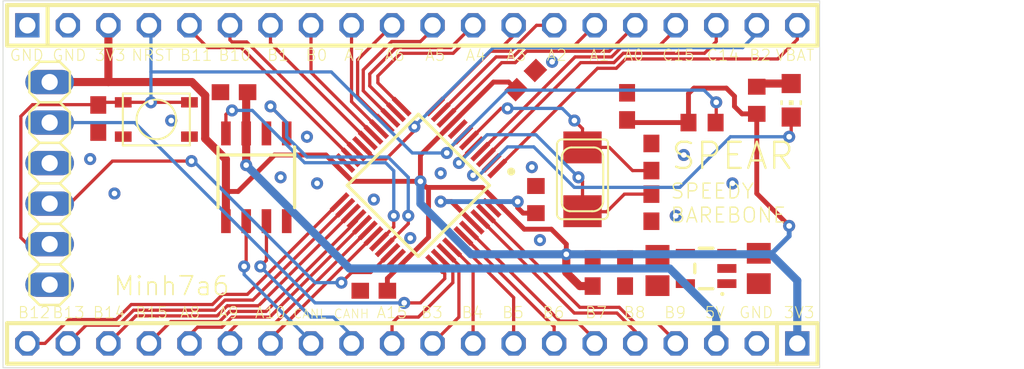
<source format=kicad_pcb>
(kicad_pcb (version 20211014) (generator pcbnew)
  (layers (0 "F.Cu" signal) (31 "B.Cu" signal) (34 "B.Paste" user) (35 "F.Paste" user) (36 "B.SilkS" user "B.Silkscreen") (37 "F.SilkS" user "F.Silkscreen") (38 "B.Mask" user) (39 "F.Mask" user) (44 "Edge.Cuts" user))
  (net 0 "")
  (net 1 "VBAT")
  (net 2 "PC13")
  (net 3 "OSC32_IN")
  (net 4 "OSC32_OUT")
  (net 5 "OSC_IN")
  (net 6 "OSC_OUT")
  (net 7 "NRST")
  (net 8 "PA0-WKUP")
  (net 9 "PA1")
  (net 10 "PA2")
  (net 11 "PA3")
  (net 12 "PA4")
  (net 13 "PA5")
  (net 14 "PA6")
  (net 15 "PA7")
  (net 16 "PB0")
  (net 17 "PB1")
  (net 18 "PB2")
  (net 19 "PB10")
  (net 20 "PB11")
  (net 21 "SWDIO")
  (net 22 "PA12")
  (net 23 "PA11")
  (net 24 "PA10")
  (net 25 "PA9")
  (net 26 "PA8")
  (net 27 "PB15")
  (net 28 "PB14")
  (net 29 "PB13")
  (net 30 "PB12")
  (net 31 "PB9")
  (net 32 "PB8")
  (net 33 "PB7")
  (net 34 "PB6")
  (net 35 "PB5")
  (net 36 "PB4")
  (net 37 "PB3_SWO")
  (net 38 "PA15")
  (net 39 "SWCLK")
  (net 40 "GND")
  (net 41 "3.3V")
  (net 42 "5V")
  (net 43 "N$9")
  (net 44 "CANH")
  (net 45 "CANL")
  (net 46 "BOOT0")
  (footprint "speedy barebone:C0603" (layer "F.Cu") (at 128.8751 100.8826 -90)
    (fp_text reference "C10" hide)
    (fp_text value "100nF" hide)
  )
  (footprint "speedy barebone:C0603" (layer "F.Cu") (at 155.6721 98.4696 45)
    (fp_text reference "C14" hide)
    (fp_text value "100nF" hide)
  )
  (footprint "speedy barebone:C0805" (layer "F.Cu") (at 170.2771 110.2806 90)
    (fp_text reference "C1" hide)
    (fp_text value "10uF" hide)
  )
  (footprint "speedy barebone:C0603" (layer "F.Cu") (at 146.1471 111.6776 180)
    (fp_text reference "C3" hide)
    (fp_text value "100nF" hide)
  )
  (footprint "speedy barebone:CHIP-LED0805" (layer "F.Cu") (at 172.3091 99.7396 180)
    (fp_text reference "LED2" hide)
    (fp_text value "")
  )
  (footprint "speedy barebone:NX5032" (layer "F.Cu") (at 159.2281 104.6926 -90)
    (fp_text reference "X1" hide)
    (fp_text value "8MHz" hide)
  )
  (footprint "speedy barebone:C0603" (layer "F.Cu") (at 163.5461 103.2956 90)
    (fp_text reference "C5" hide)
    (fp_text value "22pF" hide)
  )
  (footprint "speedy barebone:1X20" (layer "F.Cu") (at 148.5601 95.0406)
    (fp_text reference "JP2" hide)
    (fp_text value "")
  )
  (footprint "speedy barebone:C0603" (layer "F.Cu") (at 163.5461 106.4706 -90)
    (fp_text reference "C4" hide)
    (fp_text value "22pF" hide)
  )
  (footprint "speedy barebone:C0805" (layer "F.Cu") (at 163.9271 110.4076 90)
    (fp_text reference "C2" hide)
    (fp_text value "10uF" hide)
  )
  (footprint "speedy barebone:QFP50P900X900X160-48N" (layer "F.Cu") (at 148.9411 105.0736 -135)
    (fp_text reference "IC2" hide)
    (fp_text value "STM32F103C8T6" hide)
  )
  (footprint "speedy barebone:C0603" (layer "F.Cu") (at 162.0221 100.1206 90)
    (fp_text reference "C16" hide)
    (fp_text value "100nF" hide)
  )
  (footprint "speedy barebone:SOIC8" (layer "F.Cu") (at 138.7811 104.5656 180)
    (fp_text reference "U$1" hide)
    (fp_text value "MCP2562-E/SN" hide)
  )
  (footprint "speedy barebone:1X20" (layer "F.Cu") (at 148.5601 114.9796 180)
    (fp_text reference "JP1" hide)
    (fp_text value "")
  )
  (footprint "speedy barebone:C0603" (layer "F.Cu") (at 137.3841 99.2316 180)
    (fp_text reference "C7" hide)
    (fp_text value "100nF" hide)
  )
  (footprint "speedy barebone:R0603" (layer "F.Cu") (at 170.1501 99.7396 90)
    (fp_text reference "R10" hide)
    (fp_text value "1k" hide)
  )
  (footprint "speedy barebone:4.2X3.25" (layer "F.Cu") (at 134.5901 99.8666 180)
    (fp_text reference "U$2" hide)
    (fp_text value "4.2X3.25-TACTILE-SWITCH" hide)
  )
  (footprint "speedy barebone:R0603" (layer "F.Cu") (at 156.3071 105.9626 90)
    (fp_text reference "R1" hide)
    (fp_text value "100k" hide)
  )
  (footprint "speedy barebone:1X06" (layer "F.Cu") (at 125.8271 104.9466 90)
    (fp_text reference "JP3" hide)
    (fp_text value "")
  )
  (footprint "speedy barebone:R0603" (layer "F.Cu") (at 166.7211 101.1366 180)
    (fp_text reference "R8" hide)
    (fp_text value "10k" hide)
  )
  (footprint "speedy barebone:SOT23-5" (layer "F.Cu") (at 166.9751 110.2806 90)
    (fp_text reference "U1" hide)
    (fp_text value "3.3V")
  )
  (footprint "speedy barebone:C0603" (layer "F.Cu") (at 161.8951 110.5346 90)
    (fp_text reference "C17" hide)
    (fp_text value "100nF" hide)
  )
  (footprint "speedy barebone:C0603" (layer "F.Cu") (at 159.8631 110.5346 90)
    (fp_text reference "C15" hide)
    (fp_text value "100nF" hide)
  )
  (gr_line (start 122.9061 116.5036) (end 174.0961 116.5036) (layer "Edge.Cuts") (width 0.05))
  (gr_line (start 174.0961 93.5036) (end 122.9061 93.5036) (layer "Edge.Cuts") (width 0.05))
  (gr_line (start 174.0961 116.5036) (end 174.0961 93.5036) (layer "Edge.Cuts") (width 0.05))
  (gr_line (start 122.9061 93.5036) (end 122.9061 116.5036) (layer "Edge.Cuts") (width 0.05))
  (gr_text "A7" (at 144.2421 97.3266) (layer "F.SilkS") (effects (font (size 0.70104 0.70104) (thickness 0.06096)) (justify left bottom)))
  (gr_text "B13" (at 125.9541 113.4556) (layer "F.SilkS") (effects (font (size 0.70104 0.70104) (thickness 0.06096)) (justify left bottom)))
  (gr_text "GND" (at 125.9541 97.3266) (layer "F.SilkS") (effects (font (size 0.70104 0.70104) (thickness 0.06096)) (justify left bottom)))
  (gr_text "B6" (at 156.6881 113.4556) (layer "F.SilkS") (effects (font (size 0.70104 0.70104) (thickness 0.06096)) (justify left bottom)))
  (gr_text "5V" (at 166.8481 113.4556) (layer "F.SilkS") (effects (font (size 0.70104 0.70104) (thickness 0.06096)) (justify left bottom)))
  (gr_text "SPEAR" (at 164.6891 104.1846) (layer "F.SilkS") (effects (font (size 1.63576 1.63576) (thickness 0.14224)) (justify left bottom)))
  (gr_text "A10" (at 138.6541 113.4556) (layer "F.SilkS") (effects (font (size 0.70104 0.70104) (thickness 0.06096)) (justify left bottom)))
  (gr_text "C15" (at 164.1811 97.3266) (layer "F.SilkS") (effects (font (size 0.70104 0.70104) (thickness 0.06096)) (justify left bottom)))
  (gr_text "B3" (at 149.0681 113.4556) (layer "F.SilkS") (effects (font (size 0.70104 0.70104) (thickness 0.06096)) (justify left bottom)))
  (gr_text "SPEEDY \nBAREBONE" (at 164.6891 107.4866) (layer "F.SilkS") (effects (font (size 0.93472 0.93472) (thickness 0.08128)) (justify left bottom)))
  (gr_text "A6" (at 146.7821 97.3266) (layer "F.SilkS") (effects (font (size 0.70104 0.70104) (thickness 0.06096)) (justify left bottom)))
  (gr_text "B0" (at 141.8291 97.3266) (layer "F.SilkS") (effects (font (size 0.70104 0.70104) (thickness 0.06096)) (justify left bottom)))
  (gr_text "GND" (at 123.2871 97.3266) (layer "F.SilkS") (effects (font (size 0.70104 0.70104) (thickness 0.06096)) (justify left bottom)))
  (gr_text "B14" (at 128.4941 113.4556) (layer "F.SilkS") (effects (font (size 0.70104 0.70104) (thickness 0.06096)) (justify left bottom)))
  (gr_text "B5" (at 154.1481 113.4556) (layer "F.SilkS") (effects (font (size 0.70104 0.70104) (thickness 0.06096)) (justify left bottom)))
  (gr_text "B8" (at 161.7681 113.4556) (layer "F.SilkS") (effects (font (size 0.70104 0.70104) (thickness 0.06096)) (justify left bottom)))
  (gr_text "Minh7a6" (at 129.7641 112.0586) (layer "F.SilkS") (effects (font (size 1.1684 1.1684) (thickness 0.1016)) (justify left bottom)))
  (gr_text "NRST" (at 130.9071 97.3266) (layer "F.SilkS") (effects (font (size 0.70104 0.70104) (thickness 0.06096)) (justify left bottom)))
  (gr_text "B10" (at 136.3681 97.3266) (layer "F.SilkS") (effects (font (size 0.70104 0.70104) (thickness 0.06096)) (justify left bottom)))
  (gr_text "A5" (at 149.3221 97.3266) (layer "F.SilkS") (effects (font (size 0.70104 0.70104) (thickness 0.06096)) (justify left bottom)))
  (gr_text "CANH" (at 143.6071 113.4556) (layer "F.SilkS") (effects (font (size 0.560832 0.560832) (thickness 0.048768)) (justify left bottom)))
  (gr_text "B1" (at 139.4161 97.3266) (layer "F.SilkS") (effects (font (size 0.70104 0.70104) (thickness 0.06096)) (justify left bottom)))
  (gr_text "A9" (at 136.3681 113.4556) (layer "F.SilkS") (effects (font (size 0.70104 0.70104) (thickness 0.06096)) (justify left bottom)))
  (gr_text "A15" (at 146.2741 113.4556) (layer "F.SilkS") (effects (font (size 0.70104 0.70104) (thickness 0.06096)) (justify left bottom)))
  (gr_text "B4" (at 151.6081 113.4556) (layer "F.SilkS") (effects (font (size 0.70104 0.70104) (thickness 0.06096)) (justify left bottom)))
  (gr_text "B11" (at 133.9551 97.3266) (layer "F.SilkS") (effects (font (size 0.70104 0.70104) (thickness 0.06096)) (justify left bottom)))
  (gr_text "CANL" (at 141.0671 113.4556) (layer "F.SilkS") (effects (font (size 0.560832 0.560832) (thickness 0.048768)) (justify left bottom)))
  (gr_text "GND" (at 169.0071 113.4556) (layer "F.SilkS") (effects (font (size 0.70104 0.70104) (thickness 0.06096)) (justify left bottom)))
  (gr_text "A8" (at 133.9551 113.4556) (layer "F.SilkS") (effects (font (size 0.70104 0.70104) (thickness 0.06096)) (justify left bottom)))
  (gr_text "B2" (at 169.6421 97.3266) (layer "F.SilkS") (effects (font (size 0.70104 0.70104) (thickness 0.06096)) (justify left bottom)))
  (gr_text "A1" (at 159.6091 97.3266) (layer "F.SilkS") (effects (font (size 0.70104 0.70104) (thickness 0.06096)) (justify left bottom)))
  (gr_text "B9" (at 164.3081 113.4556) (layer "F.SilkS") (effects (font (size 0.70104 0.70104) (thickness 0.06096)) (justify left bottom)))
  (gr_text "A0" (at 161.7681 97.3266) (layer "F.SilkS") (effects (font (size 0.70104 0.70104) (thickness 0.06096)) (justify left bottom)))
  (gr_text "B15" (at 131.1611 113.4556) (layer "F.SilkS") (effects (font (size 0.70104 0.70104) (thickness 0.06096)) (justify left bottom)))
  (gr_text "VBAT" (at 171.2931 97.3266) (layer "F.SilkS") (effects (font (size 0.70104 0.70104) (thickness 0.06096)) (justify left bottom)))
  (gr_text "3V3" (at 128.6211 97.3266) (layer "F.SilkS") (effects (font (size 0.70104 0.70104) (thickness 0.06096)) (justify left bottom)))
  (gr_text "A2" (at 156.9421 97.3266) (layer "F.SilkS") (effects (font (size 0.70104 0.70104) (thickness 0.06096)) (justify left bottom)))
  (gr_text "B12" (at 123.7951 113.4556) (layer "F.SilkS") (effects (font (size 0.70104 0.70104) (thickness 0.06096)) (justify left bottom)))
  (gr_text "A4" (at 151.8621 97.3266) (layer "F.SilkS") (effects (font (size 0.70104 0.70104) (thickness 0.06096)) (justify left bottom)))
  (gr_text "C14" (at 166.9751 97.3266) (layer "F.SilkS") (effects (font (size 0.70104 0.70104) (thickness 0.06096)) (justify left bottom)))
  (gr_text "A3" (at 154.4021 97.3266) (layer "F.SilkS") (effects (font (size 0.70104 0.70104) (thickness 0.06096)) (justify left bottom)))
  (gr_text "B7" (at 159.3551 113.4556) (layer "F.SilkS") (effects (font (size 0.70104 0.70104) (thickness 0.06096)) (justify left bottom)))
  (gr_text "3V3" (at 171.8011 113.4556) (layer "F.SilkS") (effects (font (size 0.70104 0.70104) (thickness 0.06096)) (justify left bottom)))
  (segment (start 160.170787 97.733) (end 161.3464 97.733) (width 0.2032) (layer "F.Cu") (net 1))
  (segment (start 153.882359 104.021429) (end 160.170787 97.733) (width 0.2032) (layer "F.Cu") (net 1))
  (segment (start 161.9306 97.1488) (end 171.4709 97.1488) (width 0.2032) (layer "F.Cu") (net 1))
  (segment (start 172.6901 95.9296) (end 172.6901 95.0406) (width 0.2032) (layer "F.Cu") (net 1))
  (segment (start 161.3464 97.733) (end 161.9306 97.1488) (width 0.2032) (layer "F.Cu") (net 1))
  (segment (start 171.4709 97.1488) (end 172.6901 95.9296) (width 0.2032) (layer "F.Cu") (net 1))
  (segment (start 172.1821 102.0256) (end 172.3091 101.8986) (width 0.2032) (layer "F.Cu") (net 2))
  (segment (start 172.3091 101.8986) (end 172.3091 100.7896) (width 0.2032) (layer "F.Cu") (net 2))
  (segment (start 153.528806 103.667872) (end 152.758078 104.4386) (width 0.2032) (layer "F.Cu") (net 2))
  (segment (start 152.758078 104.4386) (end 152.3701 104.4386) (width 0.2032) (layer "F.Cu") (net 2))
  (via (at 152.3701 104.4386) (size 0.7564) (drill 0.35) (layers "F.Cu" "B.Cu") (net 2))
  (via (at 172.1821 102.0256) (size 0.7564) (drill 0.35) (layers "F.Cu" "B.Cu") (net 2))
  (segment (start 154.5291 102.6606) (end 156.175031 102.6606) (width 0.2032) (layer "B.Cu") (net 2))
  (segment (start 158.712231 105.1978) (end 165.3269 105.1978) (width 0.2032) (layer "B.Cu") (net 2))
  (segment (start 165.3269 105.1978) (end 168.4991 102.0256) (width 0.2032) (layer "B.Cu") (net 2))
  (segment (start 154.5291 102.6606) (end 152.7511 104.4386) (width 0.2032) (layer "B.Cu") (net 2))
  (segment (start 152.3701 104.4386) (end 152.7511 104.4386) (width 0.2032) (layer "B.Cu") (net 2))
  (segment (start 156.175031 102.6606) (end 158.712231 105.1978) (width 0.2032) (layer "B.Cu") (net 2))
  (segment (start 168.4991 102.0256) (end 172.1821 102.0256) (width 0.2032) (layer "B.Cu") (net 2))
  (segment (start 167.6101 96.0566) (end 166.8735 96.7932) (width 0.2032) (layer "F.Cu") (net 3))
  (segment (start 167.6101 95.0406) (end 167.6101 96.0566) (width 0.2032) (layer "F.Cu") (net 3))
  (segment (start 161.7833 96.7932) (end 161.1991 97.3774) (width 0.2032) (layer "F.Cu") (net 3))
  (segment (start 159.112171 97.3774) (end 153.175253 103.314319) (width 0.2032) (layer "F.Cu") (net 3))
  (segment (start 166.8735 96.7932) (end 161.7833 96.7932) (width 0.2032) (layer "F.Cu") (net 3))
  (segment (start 161.1991 97.3774) (end 159.112171 97.3774) (width 0.2032) (layer "F.Cu") (net 3))
  (segment (start 161.636 96.4376) (end 163.9271 96.4376) (width 0.2032) (layer "F.Cu") (net 4))
  (segment (start 161.0518 97.0218) (end 161.636 96.4376) (width 0.2032) (layer "F.Cu") (net 4))
  (segment (start 158.760665 97.0218) (end 161.0518 97.0218) (width 0.2032) (layer "F.Cu") (net 4))
  (segment (start 165.0701 95.2946) (end 165.0701 95.0406) (width 0.2032) (layer "F.Cu") (net 4))
  (segment (start 152.8217 102.960766) (end 158.760665 97.0218) (width 0.2032) (layer "F.Cu") (net 4))
  (segment (start 163.9271 96.4376) (end 165.0701 95.2946) (width 0.2032) (layer "F.Cu") (net 4))
  (segment (start 159.2281 104.8196) (end 159.2281 106.5976) (width 0.2032) (layer "F.Cu") (net 5))
  (segment (start 161.8561 105.6206) (end 160.7521 106.7246) (width 0.2032) (layer "F.Cu") (net 5))
  (segment (start 158.9741 104.5656) (end 159.2281 104.8196) (width 0.2032) (layer "F.Cu") (net 5))
  (segment (start 152.468146 102.607213) (end 151.4811 103.59426) (width 0.2032) (layer "F.Cu") (net 5))
  (segment (start 160.7521 106.7246) (end 159.3551 106.7246) (width 0.2032) (layer "F.Cu") (net 5))
  (segment (start 159.3551 106.7246) (end 159.2281 106.5976) (width 0.2032) (layer "F.Cu") (net 5))
  (segment (start 159.2281 106.5976) (end 159.2281 106.6926) (width 0.2032) (layer "F.Cu") (net 5))
  (segment (start 163.5461 105.6206) (end 161.8561 105.6206) (width 0.2032) (layer "F.Cu") (net 5))
  (segment (start 151.4811 103.59426) (end 151.4811 103.665816) (width 0.2032) (layer "F.Cu") (net 5))
  (via (at 151.4811 103.665816) (size 0.7564) (drill 0.35) (layers "F.Cu" "B.Cu") (net 5))
  (via (at 158.9741 104.5656) (size 0.7564) (drill 0.35) (layers "F.Cu" "B.Cu") (net 5))
  (segment (start 151.4811 103.665816) (end 153.248315 101.8986) (width 0.2032) (layer "B.Cu") (net 5))
  (segment (start 156.3071 101.8986) (end 158.9741 104.5656) (width 0.2032) (layer "B.Cu") (net 5))
  (segment (start 153.248315 101.8986) (end 156.3071 101.8986) (width 0.2032) (layer "B.Cu") (net 5))
  (segment (start 159.2281 101.5176) (end 159.2281 102.6926) (width 0.2032) (layer "F.Cu") (net 6))
  (segment (start 152.114593 102.25366) (end 154.120662 100.247591) (width 0.2032) (layer "F.Cu") (net 6))
  (segment (start 159.2281 102.6926) (end 160.9111 102.6926) (width 0.2032) (layer "F.Cu") (net 6))
  (segment (start 160.9111 102.6926) (end 162.3641 104.1456) (width 0.2032) (layer "F.Cu") (net 6))
  (segment (start 162.3641 104.1456) (end 163.5461 104.1456) (width 0.2032) (layer "F.Cu") (net 6))
  (segment (start 154.120662 100.247591) (end 154.5291 100.2476) (width 0.2032) (layer "F.Cu") (net 6))
  (segment (start 158.7201 101.0096) (end 159.2281 101.5176) (width 0.2032) (layer "F.Cu") (net 6))
  (via (at 154.5291 100.2476) (size 0.7564) (drill 0.35) (layers "F.Cu" "B.Cu") (net 6))
  (via (at 158.7201 101.0096) (size 0.7564) (drill 0.35) (layers "F.Cu" "B.Cu") (net 6))
  (segment (start 157.9581 100.2476) (end 158.7201 101.0096) (width 0.2032) (layer "B.Cu") (net 6))
  (segment (start 154.5291 100.2476) (end 157.9581 100.2476) (width 0.2032) (layer "B.Cu") (net 6))
  (segment (start 128.8751 100.0326) (end 128.8946 100.0131) (width 0.2032) (layer "F.Cu") (net 7))
  (segment (start 124.0237 108.3502) (end 124.0237 100.741157) (width 0.2032) (layer "F.Cu") (net 7))
  (segment (start 124.4301 108.7566) (end 124.0237 108.3502) (width 0.2032) (layer "F.Cu") (net 7))
  (segment (start 124.0237 100.741157) (end 124.751756 100.0131) (width 0.2032) (layer "F.Cu") (net 7))
  (segment (start 132.1771 99.8666) (end 134.5901 99.8666) (width 0.2032) (layer "F.Cu") (net 7))
  (segment (start 130.4401 99.8666) (end 132.1771 99.8666) (width 0.2032) (layer "F.Cu") (net 7))
  (segment (start 125.8271 108.7566) (end 124.4301 108.7566) (width 0.2032) (layer "F.Cu") (net 7))
  (segment (start 129.0411 99.8666) (end 130.4401 99.8666) (width 0.2032) (layer "F.Cu") (net 7))
  (segment (start 124.751756 100.0131) (end 128.8946 100.0131) (width 0.2032) (layer "F.Cu") (net 7))
  (segment (start 151.76104 101.900107) (end 150.719096 102.94205) (width 0.2032) (layer "F.Cu") (net 7))
  (segment (start 167.6101 99.8666) (end 167.6101 101.0976) (width 0.2032) (layer "F.Cu") (net 7))
  (segment (start 150.719096 102.94205) (end 150.7191 103.0416) (width 0.2032) (layer "F.Cu") (net 7))
  (segment (start 167.6101 101.0976) (end 167.5711 101.1366) (width 0.2032) (layer "F.Cu") (net 7))
  (segment (start 128.8946 100.0131) (end 129.0411 99.8666) (width 0.2032) (layer "F.Cu") (net 7))
  (via (at 167.6101 99.8666) (size 0.7564) (drill 0.35) (layers "F.Cu" "B.Cu") (net 7))
  (via (at 150.7191 103.0416) (size 0.7564) (drill 0.35) (layers "F.Cu" "B.Cu") (net 7))
  (via (at 132.1771 99.8666) (size 0.7564) (drill 0.35) (layers "F.Cu" "B.Cu") (net 7))
  (segment (start 132.1771 95.1676) (end 132.0501 95.0406) (width 0.2032) (layer "B.Cu") (net 7))
  (segment (start 132.1771 97.9616) (end 132.1771 95.1676) (width 0.2032) (layer "B.Cu") (net 7))
  (segment (start 150.7191 103.0416) (end 150.7191 102.9146) (width 0.2032) (layer "B.Cu") (net 7))
  (segment (start 154.5291 99.1046) (end 166.8481 99.1046) (width 0.2032) (layer "B.Cu") (net 7))
  (segment (start 166.8481 99.1046) (end 167.6101 99.8666) (width 0.2032) (layer "B.Cu") (net 7))
  (segment (start 148.5601 103.0416) (end 143.4801 97.9616) (width 0.2032) (layer "B.Cu") (net 7))
  (segment (start 154.5291 99.1046) (end 150.7191 102.9146) (width 0.2032) (layer "B.Cu") (net 7))
  (segment (start 143.4801 97.9616) (end 132.1771 97.9616) (width 0.2032) (layer "B.Cu") (net 7))
  (segment (start 132.1771 99.8666) (end 132.1771 97.9616) (width 0.2032) (layer "B.Cu") (net 7))
  (segment (start 148.5601 103.0416) (end 150.7191 103.0416) (width 0.2032) (layer "B.Cu") (net 7))
  (segment (start 150.700381 100.839447) (end 154.162428 97.3774) (width 0.2032) (layer "F.Cu") (net 8))
  (segment (start 155.727143 96.6662) (end 160.9045 96.6662) (width 0.2032) (layer "F.Cu") (net 8))
  (segment (start 154.162428 97.3774) (end 155.015943 97.3774) (width 0.2032) (layer "F.Cu") (net 8))
  (segment (start 160.9045 96.6662) (end 162.5301 95.0406) (width 0.2032) (layer "F.Cu") (net 8))
  (segment (start 155.015943 97.3774) (end 155.727143 96.6662) (width 0.2032) (layer "F.Cu") (net 8))
  (segment (start 155.579843 96.3106) (end 158.7201 96.3106) (width 0.2032) (layer "F.Cu") (net 9))
  (segment (start 153.810921 97.0218) (end 154.868643 97.0218) (width 0.2032) (layer "F.Cu") (net 9))
  (segment (start 154.868643 97.0218) (end 155.579843 96.3106) (width 0.2032) (layer "F.Cu") (net 9))
  (segment (start 150.346828 100.485894) (end 153.810921 97.0218) (width 0.2032) (layer "F.Cu") (net 9))
  (segment (start 158.7201 96.3106) (end 159.9901 95.0406) (width 0.2032) (layer "F.Cu") (net 9))
  (segment (start 149.993271 100.132341) (end 153.459412 96.6662) (width 0.2032) (layer "F.Cu") (net 10))
  (segment (start 156.346943 95.0406) (end 157.4501 95.0406) (width 0.2032) (layer "F.Cu") (net 10))
  (segment (start 154.721343 96.6662) (end 156.346943 95.0406) (width 0.2032) (layer "F.Cu") (net 10))
  (segment (start 153.459412 96.6662) (end 154.721343 96.6662) (width 0.2032) (layer "F.Cu") (net 10))
  (segment (start 147.8235 96.7932) (end 151.1204 96.7932) (width 0.2032) (layer "F.Cu") (net 11))
  (segment (start 146.4011 98.644516) (end 146.4011 98.2156) (width 0.2032) (layer "F.Cu") (net 11))
  (segment (start 151.1204 96.7932) (end 151.603 96.3106) (width 0.2032) (layer "F.Cu") (net 11))
  (segment (start 146.4011 98.2156) (end 147.8235 96.7932) (width 0.2032) (layer "F.Cu") (net 11))
  (segment (start 154.2751 96.3106) (end 154.9101 95.6756) (width 0.2032) (layer "F.Cu") (net 11))
  (segment (start 154.9101 95.6756) (end 154.9101 95.0406) (width 0.2032) (layer "F.Cu") (net 11))
  (segment (start 147.888925 100.132341) (end 146.4011 98.644516) (width 0.2032) (layer "F.Cu") (net 11))
  (segment (start 151.603 96.3106) (end 154.2751 96.3106) (width 0.2032) (layer "F.Cu") (net 11))
  (segment (start 145.8931 98.0886) (end 147.5441 96.4376) (width 0.2032) (layer "F.Cu") (net 12))
  (segment (start 147.5441 96.4376) (end 150.9731 96.4376) (width 0.2032) (layer "F.Cu") (net 12))
  (segment (start 147.535368 100.485894) (end 145.8931 98.843625) (width 0.2032) (layer "F.Cu") (net 12))
  (segment (start 150.9731 96.4376) (end 152.3701 95.0406) (width 0.2032) (layer "F.Cu") (net 12))
  (segment (start 145.8931 98.843625) (end 145.8931 98.0886) (width 0.2032) (layer "F.Cu") (net 12))
  (segment (start 145.4867 97.8346) (end 147.2647 96.0566) (width 0.2032) (layer "F.Cu") (net 13))
  (segment (start 145.4867 99.144332) (end 145.4867 97.8346) (width 0.2032) (layer "F.Cu") (net 13))
  (segment (start 147.181815 100.839447) (end 145.4867 99.144332) (width 0.2032) (layer "F.Cu") (net 13))
  (segment (start 147.2647 96.0566) (end 149.0681 96.0566) (width 0.2032) (layer "F.Cu") (net 13))
  (segment (start 149.0681 96.0566) (end 149.8301 95.2946) (width 0.2032) (layer "F.Cu") (net 13))
  (segment (start 149.8301 95.2946) (end 149.8301 95.0406) (width 0.2032) (layer "F.Cu") (net 13))
  (segment (start 145.1311 97.1996) (end 147.2901 95.0406) (width 0.2032) (layer "F.Cu") (net 14))
  (segment (start 146.828262 101.193) (end 145.1311 99.495838) (width 0.2032) (layer "F.Cu") (net 14))
  (segment (start 145.1311 99.495838) (end 145.1311 97.1996) (width 0.2032) (layer "F.Cu") (net 14))
  (segment (start 144.7501 99.821944) (end 144.7501 95.0406) (width 0.2032) (layer "F.Cu") (net 15))
  (segment (start 146.474709 101.546554) (end 144.7501 99.821944) (width 0.2032) (layer "F.Cu") (net 15))
  (segment (start 146.121156 101.900107) (end 142.2101 97.98905) (width 0.2032) (layer "F.Cu") (net 16))
  (segment (start 142.2101 97.98905) (end 142.2101 95.0406) (width 0.2032) (layer "F.Cu") (net 16))
  (segment (start 145.767603 102.25366) (end 139.6701 96.156157) (width 0.2032) (layer "F.Cu") (net 17))
  (segment (start 139.6701 96.156157) (end 139.6701 95.0406) (width 0.2032) (layer "F.Cu") (net 17))
  (segment (start 145.41405 102.607213) (end 146.229437 103.4226) (width 0.2032) (layer "F.Cu") (net 18))
  (segment (start 146.229437 103.4226) (end 146.9091 103.4226) (width 0.2032) (layer "F.Cu") (net 18))
  (segment (start 146.9091 103.4226) (end 148.6871 101.6446) (width 0.2032) (layer "F.Cu") (net 18))
  (segment (start 148.6871 101.6446) (end 148.6871 101.3906) (width 0.2032) (layer "F.Cu") (net 18))
  (via (at 148.6871 101.3906) (size 0.7564) (drill 0.35) (layers "F.Cu" "B.Cu") (net 18))
  (segment (start 148.6871 101.3906) (end 153.6401 96.4376) (width 0.2032) (layer "B.Cu") (net 18))
  (segment (start 169.2611 96.4376) (end 170.1501 95.5486) (width 0.2032) (layer "B.Cu") (net 18))
  (segment (start 153.6401 96.4376) (end 169.2611 96.4376) (width 0.2032) (layer "B.Cu") (net 18))
  (segment (start 170.1501 95.5486) (end 170.1501 95.0406) (width 0.2032) (layer "B.Cu") (net 18))
  (segment (start 145.060496 102.960766) (end 138.181731 96.082) (width 0.2032) (layer "F.Cu") (net 19))
  (segment (start 137.1301 95.955) (end 137.1301 95.0406) (width 0.2032) (layer "F.Cu") (net 19))
  (segment (start 138.181731 96.082) (end 137.2571 96.082) (width 0.2032) (layer "F.Cu") (net 19))
  (segment (start 137.2571 96.082) (end 137.1301 95.955) (width 0.2032) (layer "F.Cu") (net 19))
  (segment (start 134.5901 95.2946) (end 134.5901 95.0406) (width 0.2032) (layer "F.Cu") (net 20))
  (segment (start 135.7331 96.4376) (end 134.5901 95.2946) (width 0.2032) (layer "F.Cu") (net 20))
  (segment (start 144.706943 103.314319) (end 137.830225 96.4376) (width 0.2032) (layer "F.Cu") (net 20))
  (segment (start 137.830225 96.4376) (end 135.7331 96.4376) (width 0.2032) (layer "F.Cu") (net 20))
  (segment (start 145.954971 110.5346) (end 144.7501 110.5346) (width 0.2032) (layer "F.Cu") (net 21))
  (segment (start 134.7171 103.5496) (end 129.7641 103.5496) (width 0.2032) (layer "F.Cu") (net 21))
  (segment (start 145.954971 110.5346) (end 147.181815 109.307757) (width 0.2032) (layer "F.Cu") (net 21))
  (segment (start 144.1151 111.1696) (end 144.7501 110.5346) (width 0.2032) (layer "F.Cu") (net 21))
  (segment (start 129.7641 103.5496) (end 127.0971 106.2166) (width 0.2032) (layer "F.Cu") (net 21))
  (segment (start 127.0971 106.2166) (end 125.8271 106.2166) (width 0.2032) (layer "F.Cu") (net 21))
  (via (at 144.1151 111.1696) (size 0.7564) (drill 0.35) (layers "F.Cu" "B.Cu") (net 21))
  (via (at 134.7171 103.5496) (size 0.7564) (drill 0.35) (layers "F.Cu" "B.Cu") (net 21))
  (segment (start 144.1151 111.1696) (end 142.4641 111.1696) (width 0.2032) (layer "B.Cu") (net 21))
  (segment (start 142.4641 111.1696) (end 134.8441 103.5496) (width 0.2032) (layer "B.Cu") (net 21))
  (segment (start 134.8441 103.5496) (end 134.7171 103.5496) (width 0.2032) (layer "B.Cu") (net 21))
  (segment (start 148.3061 107.476366) (end 146.828262 108.954204) (width 0.2032) (layer "F.Cu") (net 22))
  (segment (start 140.6861 101.1366) (end 139.6701 100.1206) (width 0.2032) (layer "F.Cu") (net 22))
  (segment (start 140.6861 101.8156) (end 140.6861 101.1366) (width 0.2032) (layer "F.Cu") (net 22))
  (segment (start 148.3061 106.9786) (end 148.3061 107.476366) (width 0.2032) (layer "F.Cu") (net 22))
  (via (at 139.6701 100.1206) (size 0.7564) (drill 0.35) (layers "F.Cu" "B.Cu") (net 22))
  (via (at 148.3061 106.9786) (size 0.7564) (drill 0.35) (layers "F.Cu" "B.Cu") (net 22))
  (segment (start 140.6861 102.0256) (end 141.9561 103.2956) (width 0.2032) (layer "B.Cu") (net 22))
  (segment (start 141.9561 103.2956) (end 147.0361 103.2956) (width 0.2032) (layer "B.Cu") (net 22))
  (segment (start 148.3061 104.5656) (end 148.3061 106.9786) (width 0.2032) (layer "B.Cu") (net 22))
  (segment (start 147.0361 103.2956) (end 148.3061 104.5656) (width 0.2032) (layer "B.Cu") (net 22))
  (segment (start 139.6701 100.1206) (end 140.6861 101.1366) (width 0.2032) (layer "B.Cu") (net 22))
  (segment (start 140.6861 101.1366) (end 140.6861 102.0256) (width 0.2032) (layer "B.Cu") (net 22))
  (segment (start 137.1301 100.3746) (end 136.8761 100.6286) (width 0.2032) (layer "F.Cu") (net 23))
  (segment (start 136.8761 100.6286) (end 136.8761 101.8156) (width 0.2032) (layer "F.Cu") (net 23))
  (segment (start 147.3973 107.67806) (end 147.3973 106.9786) (width 0.2032) (layer "F.Cu") (net 23))
  (segment (start 137.2571 100.3746) (end 137.1301 100.3746) (width 0.2032) (layer "F.Cu") (net 23))
  (segment (start 146.474709 108.60065) (end 147.3973 107.67806) (width 0.2032) (layer "F.Cu") (net 23))
  (via (at 137.2571 100.3746) (size 0.7564) (drill 0.35) (layers "F.Cu" "B.Cu") (net 23))
  (via (at 147.3973 106.9786) (size 0.7564) (drill 0.35) (layers "F.Cu" "B.Cu") (net 23))
  (segment (start 147.3973 106.9786) (end 147.3973 104.1597) (width 0.2032) (layer "B.Cu") (net 23))
  (segment (start 146.8888 103.6512) (end 141.8088 103.6512) (width 0.2032) (layer "B.Cu") (net 23))
  (segment (start 147.3973 104.1597) (end 146.8888 103.6512) (width 0.2032) (layer "B.Cu") (net 23))
  (segment (start 138.5322 100.3746) (end 137.2571 100.3746) (width 0.2032) (layer "B.Cu") (net 23))
  (segment (start 141.8088 103.6512) (end 138.5322 100.3746) (width 0.2032) (layer "B.Cu") (net 23))
  (segment (start 146.121156 108.247097) (end 139.6701 114.698154) (width 0.2032) (layer "F.Cu") (net 24))
  (segment (start 139.6701 114.698154) (end 139.6701 114.9796) (width 0.2032) (layer "F.Cu") (net 24))
  (segment (start 137.1301 114.2176) (end 137.6381 113.7096) (width 0.2032) (layer "F.Cu") (net 25))
  (segment (start 137.1301 114.9796) (end 137.1301 114.2176) (width 0.2032) (layer "F.Cu") (net 25))
  (segment (start 145.767603 107.893544) (end 139.951546 113.7096) (width 0.2032) (layer "F.Cu") (net 25))
  (segment (start 139.951546 113.7096) (end 137.6381 113.7096) (width 0.2032) (layer "F.Cu") (net 25))
  (segment (start 145.41405 107.539991) (end 139.62544 113.3286) (width 0.2032) (layer "F.Cu") (net 26))
  (segment (start 136.6221 113.9636) (end 135.0981 113.9636) (width 0.2032) (layer "F.Cu") (net 26))
  (segment (start 137.2571 113.3286) (end 136.6221 113.9636) (width 0.2032) (layer "F.Cu") (net 26))
  (segment (start 135.0981 113.9636) (end 134.5901 114.4716) (width 0.2032) (layer "F.Cu") (net 26))
  (segment (start 134.5901 114.4716) (end 134.5901 114.9796) (width 0.2032) (layer "F.Cu") (net 26))
  (segment (start 139.62544 113.3286) (end 137.2571 113.3286) (width 0.2032) (layer "F.Cu") (net 26))
  (segment (start 145.060496 107.303204) (end 139.3907 112.973) (width 0.2032) (layer "F.Cu") (net 27))
  (segment (start 132.0501 114.9796) (end 133.4217 113.608) (width 0.2032) (layer "F.Cu") (net 27))
  (segment (start 139.3907 112.973) (end 137.1098 112.973) (width 0.2032) (layer "F.Cu") (net 27))
  (segment (start 145.060496 107.186438) (end 145.060496 107.303204) (width 0.2032) (layer "F.Cu") (net 27))
  (segment (start 133.4217 113.608) (end 136.4748 113.608) (width 0.2032) (layer "F.Cu") (net 27))
  (segment (start 136.4748 113.608) (end 137.1098 112.973) (width 0.2032) (layer "F.Cu") (net 27))
  (segment (start 144.706943 106.832885) (end 138.922428 112.6174) (width 0.2032) (layer "F.Cu") (net 28))
  (segment (start 136.3275 113.2524) (end 136.9625 112.6174) (width 0.2032) (layer "F.Cu") (net 28))
  (segment (start 131.2373 113.2524) (end 136.3275 113.2524) (width 0.2032) (layer "F.Cu") (net 28))
  (segment (start 136.9625 112.6174) (end 138.922428 112.6174) (width 0.2032) (layer "F.Cu") (net 28))
  (segment (start 129.5101 114.9796) (end 131.2373 113.2524) (width 0.2032) (layer "F.Cu") (net 28))
  (segment (start 131.09 112.8968) (end 136.1802 112.8968) (width 0.2032) (layer "F.Cu") (net 29))
  (segment (start 128.1131 113.8366) (end 130.1502 113.8366) (width 0.2032) (layer "F.Cu") (net 29))
  (segment (start 130.1502 113.8366) (end 131.09 112.8968) (width 0.2032) (layer "F.Cu") (net 29))
  (segment (start 126.9701 114.9796) (end 128.1131 113.8366) (width 0.2032) (layer "F.Cu") (net 29))
  (segment (start 136.1802 112.8968) (end 136.8152 112.2618) (width 0.2032) (layer "F.Cu") (net 29))
  (segment (start 144.35339 106.479332) (end 138.570921 112.2618) (width 0.2032) (layer "F.Cu") (net 29))
  (segment (start 136.8152 112.2618) (end 138.570921 112.2618) (width 0.2032) (layer "F.Cu") (net 29))
  (segment (start 130.0029 113.481) (end 127.031856 113.481) (width 0.2032) (layer "F.Cu") (net 30))
  (segment (start 127.031856 113.481) (end 125.533256 114.9796) (width 0.2032) (layer "F.Cu") (net 30))
  (segment (start 138.219412 111.9062) (end 136.6679 111.9062) (width 0.2032) (layer "F.Cu") (net 30))
  (segment (start 143.999837 106.125775) (end 138.219412 111.9062) (width 0.2032) (layer "F.Cu") (net 30))
  (segment (start 136.6679 111.9062) (end 136.0329 112.5412) (width 0.2032) (layer "F.Cu") (net 30))
  (segment (start 136.0329 112.5412) (end 130.9427 112.5412) (width 0.2032) (layer "F.Cu") (net 30))
  (segment (start 125.533256 114.9796) (end 124.4301 114.9796) (width 0.2032) (layer "F.Cu") (net 30))
  (segment (start 130.9427 112.5412) (end 130.0029 113.481) (width 0.2032) (layer "F.Cu") (net 30))
  (segment (start 162.525 113.7096) (end 163.9271 113.7096) (width 0.2032) (layer "F.Cu") (net 31))
  (segment (start 163.9271 113.7096) (end 165.0701 114.8526) (width 0.2032) (layer "F.Cu") (net 31))
  (segment (start 153.175253 106.832885) (end 159.061368 112.719) (width 0.2032) (layer "F.Cu") (net 31))
  (segment (start 161.5344 112.719) (end 162.525 113.7096) (width 0.2032) (layer "F.Cu") (net 31))
  (segment (start 165.0701 114.8526) (end 165.0701 114.9796) (width 0.2032) (layer "F.Cu") (net 31))
  (segment (start 159.061368 112.719) (end 161.5344 112.719) (width 0.2032) (layer "F.Cu") (net 31))
  (segment (start 162.5301 114.2176) (end 162.5301 114.9796) (width 0.2032) (layer "F.Cu") (net 32))
  (segment (start 152.8217 107.186438) (end 158.709862 113.0746) (width 0.2032) (layer "F.Cu") (net 32))
  (segment (start 158.709862 113.0746) (end 161.3871 113.0746) (width 0.2032) (layer "F.Cu") (net 32))
  (segment (start 161.3871 113.0746) (end 162.5301 114.2176) (width 0.2032) (layer "F.Cu") (net 32))
  (segment (start 157.80365 113.5826) (end 158.8471 113.5826) (width 0.2032) (layer "F.Cu") (net 33))
  (segment (start 152.114593 107.893544) (end 157.80365 113.5826) (width 0.2032) (layer "F.Cu") (net 33))
  (segment (start 158.8471 113.5826) (end 159.9901 114.7256) (width 0.2032) (layer "F.Cu") (net 33))
  (segment (start 159.9901 114.7256) (end 159.9901 114.9796) (width 0.2032) (layer "F.Cu") (net 33))
  (segment (start 151.76104 108.247097) (end 157.4501 113.936157) (width 0.2032) (layer "F.Cu") (net 34))
  (segment (start 157.4501 113.936157) (end 157.4501 114.9796) (width 0.2032) (layer "F.Cu") (net 34))
  (segment (start 154.9101 112.103263) (end 154.9101 114.9796) (width 0.2032) (layer "F.Cu") (net 35))
  (segment (start 151.407487 108.60065) (end 154.9101 112.103263) (width 0.2032) (layer "F.Cu") (net 35))
  (segment (start 152.3701 110.270369) (end 151.053934 108.954204) (width 0.2032) (layer "F.Cu") (net 36))
  (segment (start 152.3701 114.9796) (end 152.3701 110.270369) (width 0.2032) (layer "F.Cu") (net 36))
  (segment (start 151.4811 110.088475) (end 151.4811 113.3286) (width 0.2032) (layer "F.Cu") (net 37))
  (segment (start 151.4811 113.3286) (end 149.8301 114.9796) (width 0.2032) (layer "F.Cu") (net 37))
  (segment (start 150.700381 109.307757) (end 151.4811 110.088475) (width 0.2032) (layer "F.Cu") (net 37))
  (segment (start 151.1001 111.1696) (end 148.9411 113.3286) (width 0.2032) (layer "F.Cu") (net 38))
  (segment (start 150.346828 109.66131) (end 151.1001 110.414582) (width 0.2032) (layer "F.Cu") (net 38))
  (segment (start 147.6711 113.3286) (end 147.2901 113.7096) (width 0.2032) (layer "F.Cu") (net 38))
  (segment (start 148.9411 113.3286) (end 147.6711 113.3286) (width 0.2032) (layer "F.Cu") (net 38))
  (segment (start 151.1001 110.414582) (end 151.1001 111.1696) (width 0.2032) (layer "F.Cu") (net 38))
  (segment (start 147.2901 113.7096) (end 147.2901 114.9796) (width 0.2032) (layer "F.Cu") (net 38))
  (segment (start 150.5921 110.9156) (end 149.0681 112.4396) (width 0.2032) (layer "F.Cu") (net 39))
  (segment (start 149.993271 110.014863) (end 150.5921 110.613691) (width 0.2032) (layer "F.Cu") (net 39))
  (segment (start 150.5921 110.613691) (end 150.5921 110.9156) (width 0.2032) (layer "F.Cu") (net 39))
  (segment (start 149.0681 112.4396) (end 148.0521 112.4396) (width 0.2032) (layer "F.Cu") (net 39))
  (via (at 148.0521 112.4396) (size 0.7564) (drill 0.35) (layers "F.Cu" "B.Cu") (net 39))
  (segment (start 148.0521 112.4396) (end 142.4641 112.4396) (width 0.2032) (layer "B.Cu") (net 39))
  (segment (start 131.1611 101.1366) (end 125.8271 101.1366) (width 0.2032) (layer "B.Cu") (net 39))
  (segment (start 142.4641 112.4396) (end 131.1611 101.1366) (width 0.2032) (layer "B.Cu") (net 39))
  (via (at 165.0701 106.9786) (size 0.7564) (drill 0.35) (layers "F.Cu" "B.Cu") (net 40))
  (via (at 168.6261 104.9466) (size 0.7564) (drill 0.35) (layers "F.Cu" "B.Cu") (net 40))
  (via (at 142.5911 104.9466) (size 0.7564) (drill 0.35) (layers "F.Cu" "B.Cu") (net 40))
  (via (at 156.5611 108.5026) (size 0.7564) (drill 0.35) (layers "F.Cu" "B.Cu") (net 40))
  (via (at 141.9561 102.0256) (size 0.7564) (drill 0.35) (layers "F.Cu" "B.Cu") (net 40))
  (via (at 146.1471 105.9626) (size 0.7564) (drill 0.35) (layers "F.Cu" "B.Cu") (net 40))
  (via (at 129.8911 105.5816) (size 0.7564) (drill 0.35) (layers "F.Cu" "B.Cu") (net 40))
  (via (at 148.4331 108.3756) (size 0.7564) (drill 0.35) (layers "F.Cu" "B.Cu") (net 40))
  (via (at 156.0531 103.9306) (size 0.7564) (drill 0.35) (layers "F.Cu" "B.Cu") (net 40))
  (via (at 140.3051 104.5656) (size 0.7564) (drill 0.35) (layers "F.Cu" "B.Cu") (net 40))
  (via (at 128.3671 103.4226) (size 0.7564) (drill 0.35) (layers "F.Cu" "B.Cu") (net 40))
  (via (at 150.3381 104.3116) (size 0.7564) (drill 0.35) (layers "F.Cu" "B.Cu") (net 40))
  (via (at 133.4471 101.0096) (size 0.7564) (drill 0.35) (layers "F.Cu" "B.Cu") (net 40))
  (via (at 157.3231 97.3266) (size 0.7564) (drill 0.35) (layers "F.Cu" "B.Cu") (net 40))
  (via (at 165.5781 103.1686) (size 0.7564) (drill 0.35) (layers "F.Cu" "B.Cu") (net 40))
  (segment (start 168.7531 100.1206) (end 169.2221 100.5896) (width 0.3048) (layer "F.Cu") (net 41))
  (segment (start 162.1881 101.1366) (end 162.0221 100.9706) (width 0.3048) (layer "F.Cu") (net 41))
  (segment (start 134.744837 98.5966) (end 135.5777 99.429463) (width 0.508) (layer "F.Cu") (net 41))
  (segment (start 137.63705 105.4546) (end 136.8761 105.4546) (width 0.3048) (layer "F.Cu") (net 41))
  (segment (start 129.5101 95.0406) (end 129.5101 98.5966) (width 0.508) (layer "F.Cu") (net 41))
  (segment (start 144.798009 104.8196) (end 149.0681 104.8196) (width 0.3048) (layer "F.Cu") (net 41))
  (segment (start 152.957184 105.2006) (end 149.5761 105.2006) (width 0.3048) (layer "F.Cu") (net 41))
  (segment (start 169.2221 100.5896) (end 170.1501 100.5896) (width 0.3048) (layer "F.Cu") (net 41))
  (segment (start 129.5101 98.5966) (end 134.744837 98.5966) (width 0.508) (layer "F.Cu") (net 41))
  (segment (start 151.053934 101.193) (end 153.650334 98.5966) (width 0.3048) (layer "F.Cu") (net 41))
  (segment (start 151.053934 101.193) (end 149.0681 103.178835) (width 0.3048) (layer "F.Cu") (net 41))
  (segment (start 165.8711 101.1366) (end 162.1881 101.1366) (width 0.3048) (layer "F.Cu") (net 41))
  (segment (start 170.1501 105.5816) (end 172.1821 107.6136) (width 0.3048) (layer "F.Cu") (net 41))
  (segment (start 149.0681 103.178835) (end 149.0681 104.8196) (width 0.3048) (layer "F.Cu") (net 41))
  (segment (start 135.5777 102.141938) (end 136.8761 103.440338) (width 0.508) (layer "F.Cu") (net 41))
  (segment (start 168.7531 99.4856) (end 168.7531 100.1206) (width 0.3048) (layer "F.Cu") (net 41))
  (segment (start 135.5777 99.429463) (end 135.5777 102.141938) (width 0.508) (layer "F.Cu") (net 41))
  (segment (start 143.147009 103.1686) (end 139.92305 103.1686) (width 0.3048) (layer "F.Cu") (net 41))
  (segment (start 143.147009 103.1686) (end 143.999837 104.021429) (width 0.3048) (layer "F.Cu") (net 41))
  (segment (start 149.4491 105.2006) (end 149.0681 104.8196) (width 0.3048) (layer "F.Cu") (net 41))
  (segment (start 136.8761 107.3156) (end 136.8761 107.1056) (width 0.3048) (layer "F.Cu") (net 41))
  (segment (start 158.2121 108.7566) (end 158.2121 109.3916) (width 0.3048) (layer "F.Cu") (net 41))
  (segment (start 125.8271 98.5966) (end 129.5101 98.5966) (width 0.508) (layer "F.Cu") (net 41))
  (segment (start 149.5761 105.2006) (end 149.4491 105.2006) (width 0.3048) (layer "F.Cu") (net 41))
  (segment (start 165.8711 99.3196) (end 166.2131 98.9776) (width 0.3048) (layer "F.Cu") (net 41))
  (segment (start 146.9971 110.906688) (end 146.9971 111.6776) (width 0.3048) (layer "F.Cu") (net 41))
  (segment (start 168.2451 98.9776) (end 168.7531 99.4856) (width 0.3048) (layer "F.Cu") (net 41))
  (segment (start 158.2121 110.5346) (end 158.2121 109.3916) (width 0.508) (layer "F.Cu") (net 41))
  (segment (start 165.8711 101.1366) (end 165.8711 99.3196) (width 0.3048) (layer "F.Cu") (net 41))
  (segment (start 153.882359 106.125775) (end 152.957184 105.2006) (width 0.3048) (layer "F.Cu") (net 41))
  (segment (start 139.92305 103.1686) (end 137.63705 105.4546) (width 0.3048) (layer "F.Cu") (net 41))
  (segment (start 147.888925 110.014863) (end 146.9971 110.906688) (width 0.3048) (layer "F.Cu") (net 41))
  (segment (start 153.650334 98.5966) (end 154.597012 98.5966) (width 0.3048) (layer "F.Cu") (net 41))
  (segment (start 154.597012 98.5966) (end 155.071056 99.070644) (width 0.3048) (layer "F.Cu") (net 41))
  (segment (start 147.888925 110.014863) (end 149.5761 108.327688) (width 0.3048) (layer "F.Cu") (net 41))
  (segment (start 155.576184 107.8196) (end 157.2751 107.8196) (width 0.3048) (layer "F.Cu") (net 41))
  (segment (start 153.882359 106.125775) (end 155.576184 107.8196) (width 0.3048) (layer "F.Cu") (net 41))
  (segment (start 159.0621 111.3846) (end 158.2121 110.5346) (width 0.508) (layer "F.Cu") (net 41))
  (segment (start 143.999837 104.021429) (end 144.798009 104.8196) (width 0.3048) (layer "F.Cu") (net 41))
  (segment (start 170.1501 100.5896) (end 170.1501 105.5816) (width 0.3048) (layer "F.Cu") (net 41))
  (segment (start 136.8761 105.4546) (end 136.8761 107.1056) (width 0.508) (layer "F.Cu") (net 41))
  (segment (start 149.5761 108.327688) (end 149.5761 105.2006) (width 0.3048) (layer "F.Cu") (net 41))
  (segment (start 136.8761 103.440338) (end 136.8761 105.4546) (width 0.508) (layer "F.Cu") (net 41))
  (segment (start 166.2131 98.9776) (end 168.2451 98.9776) (width 0.3048) (layer "F.Cu") (net 41))
  (segment (start 159.8631 111.3846) (end 159.0621 111.3846) (width 0.508) (layer "F.Cu") (net 41))
  (segment (start 157.2751 107.8196) (end 158.2121 108.7566) (width 0.3048) (layer "F.Cu") (net 41))
  (via (at 149.0681 104.8196) (size 0.7564) (drill 0.35) (layers "F.Cu" "B.Cu") (net 41))
  (via (at 158.2121 109.3916) (size 0.7564) (drill 0.35) (layers "F.Cu" "B.Cu") (net 41))
  (via (at 172.1821 107.6136) (size 0.7564) (drill 0.35) (layers "F.Cu" "B.Cu") (net 41))
  (segment (start 158.2121 109.3916) (end 152.2431 109.3916) (width 0.508) (layer "B.Cu") (net 41))
  (segment (start 152.2431 109.3916) (end 149.0681 106.2166) (width 0.508) (layer "B.Cu") (net 41))
  (segment (start 149.0681 106.2166) (end 149.0681 104.8196) (width 0.508) (layer "B.Cu") (net 41))
  (segment (start 172.1821 107.6136) (end 172.1821 108.2486) (width 0.3048) (layer "B.Cu") (net 41))
  (segment (start 172.1821 108.2486) (end 171.0391 109.3916) (width 0.3048) (layer "B.Cu") (net 41))
  (segment (start 172.6901 111.0426) (end 171.0391 109.3916) (width 0.508) (layer "B.Cu") (net 41))
  (segment (start 172.6901 114.9796) (end 172.6901 111.0426) (width 0.508) (layer "B.Cu") (net 41))
  (segment (start 171.0391 109.3916) (end 158.2121 109.3916) (width 0.508) (layer "B.Cu") (net 41))
  (segment (start 138.1461 99.3196) (end 138.2341 99.2316) (width 0.508) (layer "F.Cu") (net 42))
  (segment (start 138.1461 103.8036) (end 138.1461 101.8156) (width 0.508) (layer "F.Cu") (net 42))
  (segment (start 138.1461 101.8156) (end 138.1461 99.3196) (width 0.508) (layer "F.Cu") (net 42))
  (via (at 138.1461 103.8036) (size 0.7564) (drill 0.35) (layers "F.Cu" "B.Cu") (net 42))
  (segment (start 164.6891 110.2806) (end 144.6231 110.2806) (width 0.508) (layer "B.Cu") (net 42))
  (segment (start 144.6231 110.2806) (end 138.1461 103.8036) (width 0.508) (layer "B.Cu") (net 42))
  (segment (start 167.6101 113.2016) (end 164.6891 110.2806) (width 0.508) (layer "B.Cu") (net 42))
  (segment (start 167.6101 114.9796) (end 167.6101 113.2016) (width 0.508) (layer "B.Cu") (net 42))
  (segment (start 170.1501 98.8896) (end 170.3501 98.6896) (width 0.508) (layer "F.Cu") (net 43))
  (segment (start 170.3501 98.6896) (end 172.3091 98.6896) (width 0.508) (layer "F.Cu") (net 43))
  (segment (start 139.4161 107.3156) (end 139.4161 109.7726) (width 0.2032) (layer "F.Cu") (net 44))
  (segment (start 139.4161 109.7726) (end 139.0351 110.1536) (width 0.2032) (layer "F.Cu") (net 44))
  (via (at 139.0351 110.1536) (size 0.7564) (drill 0.35) (layers "F.Cu" "B.Cu") (net 44))
  (segment (start 143.6071 113.3286) (end 144.7501 114.4716) (width 0.2032) (layer "B.Cu") (net 44))
  (segment (start 144.7501 114.4716) (end 144.7501 114.9796) (width 0.2032) (layer "B.Cu") (net 44))
  (segment (start 139.0351 110.1536) (end 142.2101 113.3286) (width 0.2032) (layer "B.Cu") (net 44))
  (segment (start 142.2101 113.3286) (end 143.6071 113.3286) (width 0.2032) (layer "B.Cu") (net 44))
  (segment (start 138.1461 107.3156) (end 138.1461 110.0266) (width 0.2032) (layer "F.Cu") (net 45))
  (segment (start 138.1461 110.0266) (end 138.0191 110.1536) (width 0.2032) (layer "F.Cu") (net 45))
  (via (at 138.0191 110.1536) (size 0.7564) (drill 0.35) (layers "F.Cu" "B.Cu") (net 45))
  (segment (start 138.0191 110.6616) (end 142.2101 114.8526) (width 0.2032) (layer "B.Cu") (net 45))
  (segment (start 138.0191 110.1536) (end 138.0191 110.6616) (width 0.2032) (layer "B.Cu") (net 45))
  (segment (start 142.2101 114.8526) (end 142.2101 114.9796) (width 0.2032) (layer "B.Cu") (net 45))
  (segment (start 151.017756 106.0896) (end 150.3381 106.0896) (width 0.3048) (layer "F.Cu") (net 46))
  (segment (start 151.94014 107.011985) (end 151.017756 106.0896) (width 0.3048) (layer "F.Cu") (net 46))
  (segment (start 155.5061 106.8126) (end 156.3071 106.8126) (width 0.3048) (layer "F.Cu") (net 46))
  (segment (start 152.468146 107.539991) (end 151.94014 107.011985) (width 0.2032) (layer "F.Cu") (net 46))
  (segment (start 155.5061 106.8126) (end 155.1641 106.4706) (width 0.3048) (layer "F.Cu") (net 46))
  (segment (start 155.1641 106.0896) (end 155.1641 106.4706) (width 0.3048) (layer "F.Cu") (net 46))
  (via (at 155.1641 106.0896) (size 0.7564) (drill 0.35) (layers "F.Cu" "B.Cu") (net 46))
  (via (at 150.3381 106.0896) (size 0.7564) (drill 0.35) (layers "F.Cu" "B.Cu") (net 46))
  (segment (start 155.1641 106.0896) (end 150.3381 106.0896) (width 0.3048) (layer "B.Cu") (net 46))
)
</source>
